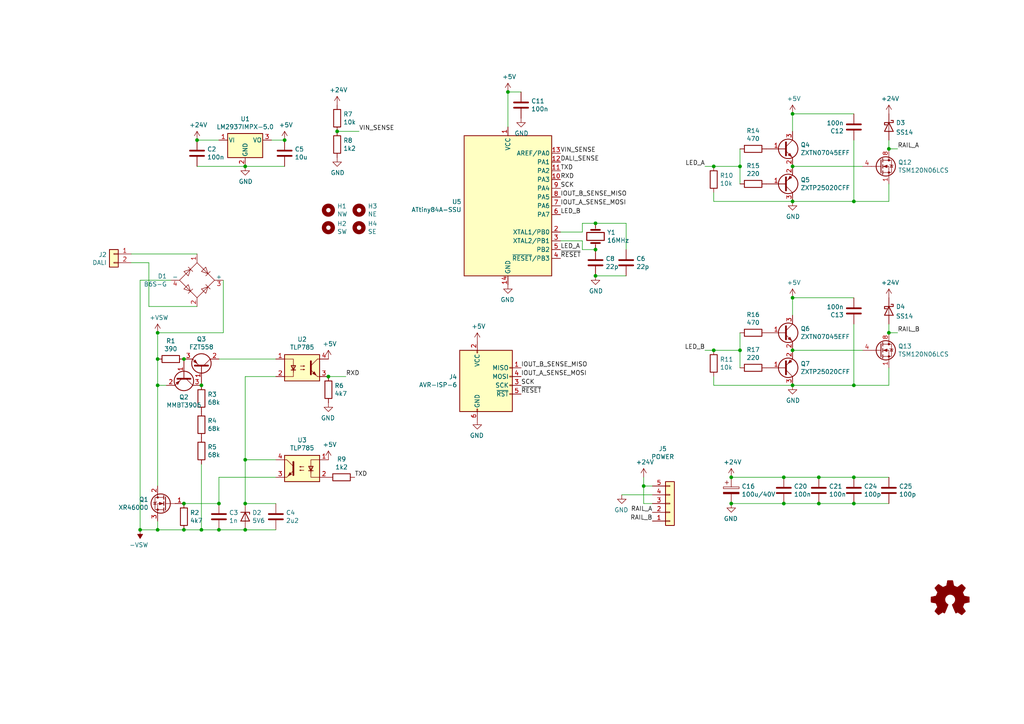
<source format=kicad_sch>
(kicad_sch (version 20211123) (generator eeschema)
  (paper "A4")
  (lib_symbols
    (symbol "Connector:AVR-ISP-6" (pin_names (offset 1.016))
      (property "Reference" "J" (at -6.35 11.43 0))
      (property "Value" "AVR-ISP-6" (at 0 11.43 0))
      (symbol "AVR-ISP-6_0_1"
        (rectangle (start -2.667 -6.858) (end -2.413 -7.62))
        (rectangle (start -2.667 10.16) (end -2.413 9.398))
        (rectangle (start 7.62 -2.413) (end 6.858 -2.667))
        (rectangle (start 7.62 0.127) (end 6.858 -0.127))
        (rectangle (start 7.62 2.667) (end 6.858 2.413))
        (rectangle (start 7.62 5.207) (end 6.858 4.953))
        (rectangle (start 7.62 10.16) (end -7.62 -7.62) (stroke (width 0.254)) (fill (type background)))
      )
      (symbol "AVR-ISP-6_1_1"
        (pin passive line (at 10.16 5.08 180) (length 2.54) (name "MISO") (number "1"))
        (pin passive line (at -2.54 12.7 270) (length 2.54) (name "VCC") (number "2"))
        (pin passive line (at 10.16 0 180) (length 2.54) (name "SCK") (number "3"))
        (pin passive line (at 10.16 2.54 180) (length 2.54) (name "MOSI") (number "4"))
        (pin passive line (at 10.16 -2.54 180) (length 2.54) (name "~{RST}") (number "5"))
        (pin passive line (at -2.54 -10.16 90) (length 2.54) (name "GND") (number "6"))
      )
    )
    (symbol "Connector_Generic:Conn_01x02" (pin_names (offset 1.016) hide)
      (property "Reference" "J" (at 0 2.54 0))
      (property "Value" "Conn_01x02" (at 0 -5.08 0))
      (symbol "Conn_01x02_1_1"
        (rectangle (start -1.27 -2.413) (end 0 -2.667) (stroke (width 0.1524)))
        (rectangle (start -1.27 0.127) (end 0 -0.127) (stroke (width 0.1524)))
        (rectangle (start -1.27 1.27) (end 1.27 -3.81) (stroke (width 0.254)) (fill (type background)))
        (pin passive line (at -5.08 0 0) (length 3.81) (name "Pin_1") (number "1"))
        (pin passive line (at -5.08 -2.54 0) (length 3.81) (name "Pin_2") (number "2"))
      )
    )
    (symbol "Connector_Generic:Conn_01x05" (pin_names (offset 1.016) hide)
      (property "Reference" "J" (at 0 7.62 0))
      (property "Value" "Conn_01x05" (at 0 -7.62 0))
      (symbol "Conn_01x05_1_1"
        (rectangle (start -1.27 -4.953) (end 0 -5.207) (stroke (width 0.1524)))
        (rectangle (start -1.27 -2.413) (end 0 -2.667) (stroke (width 0.1524)))
        (rectangle (start -1.27 0.127) (end 0 -0.127) (stroke (width 0.1524)))
        (rectangle (start -1.27 2.667) (end 0 2.413) (stroke (width 0.1524)))
        (rectangle (start -1.27 5.207) (end 0 4.953) (stroke (width 0.1524)))
        (rectangle (start -1.27 6.35) (end 1.27 -6.35) (stroke (width 0.254)) (fill (type background)))
        (pin passive line (at -5.08 5.08 0) (length 3.81) (name "Pin_1") (number "1"))
        (pin passive line (at -5.08 2.54 0) (length 3.81) (name "Pin_2") (number "2"))
        (pin passive line (at -5.08 0 0) (length 3.81) (name "Pin_3") (number "3"))
        (pin passive line (at -5.08 -2.54 0) (length 3.81) (name "Pin_4") (number "4"))
        (pin passive line (at -5.08 -5.08 0) (length 3.81) (name "Pin_5") (number "5"))
      )
    )
    (symbol "Device:C" (pin_numbers hide) (pin_names (offset 0.254))
      (property "Reference" "C" (at 0.635 2.54 0))
      (property "Value" "C" (at 0.635 -2.54 0))
      (symbol "C_0_1"
        (polyline (pts (xy -2.032 -0.762) (xy 2.032 -0.762)) (stroke (width 0.508)))
        (polyline (pts (xy -2.032 0.762) (xy 2.032 0.762)) (stroke (width 0.508)))
      )
      (symbol "C_1_1"
        (pin passive line (at 0 3.81 270) (length 2.794) (name "~") (number "1"))
        (pin passive line (at 0 -3.81 90) (length 2.794) (name "~") (number "2"))
      )
    )
    (symbol "Device:C_Polarized" (pin_numbers hide) (pin_names (offset 0.254))
      (property "Reference" "C" (at 0.635 2.54 0))
      (property "Value" "C_Polarized" (at 0.635 -2.54 0))
      (symbol "C_Polarized_0_1"
        (rectangle (start -2.286 0.508) (end 2.286 1.016))
        (polyline (pts (xy -1.778 2.286) (xy -0.762 2.286)))
        (polyline (pts (xy -1.27 2.794) (xy -1.27 1.778)))
        (rectangle (start 2.286 -0.508) (end -2.286 -1.016) (fill (type outline)))
      )
      (symbol "C_Polarized_1_1"
        (pin passive line (at 0 3.81 270) (length 2.794) (name "~") (number "1"))
        (pin passive line (at 0 -3.81 90) (length 2.794) (name "~") (number "2"))
      )
    )
    (symbol "Device:Crystal" (pin_numbers hide) (pin_names (offset 1.016) hide)
      (property "Reference" "Y" (at 0 3.81 0))
      (property "Value" "Crystal" (at 0 -3.81 0))
      (symbol "Crystal_0_1"
        (rectangle (start -1.143 2.54) (end 1.143 -2.54) (stroke (width 0.3048)))
        (polyline (pts (xy -2.54 0) (xy -1.905 0)))
        (polyline (pts (xy -1.905 -1.27) (xy -1.905 1.27)) (stroke (width 0.508)))
        (polyline (pts (xy 1.905 -1.27) (xy 1.905 1.27)) (stroke (width 0.508)))
        (polyline (pts (xy 2.54 0) (xy 1.905 0)))
      )
      (symbol "Crystal_1_1"
        (pin passive line (at -3.81 0 0) (length 1.27) (name "1") (number "1"))
        (pin passive line (at 3.81 0 180) (length 1.27) (name "2") (number "2"))
      )
    )
    (symbol "Device:D_Schottky" (pin_numbers hide) (pin_names (offset 1.016) hide)
      (property "Reference" "D" (at 0 2.54 0))
      (property "Value" "D_Schottky" (at 0 -2.54 0))
      (symbol "D_Schottky_0_1"
        (polyline (pts (xy 1.27 0) (xy -1.27 0)))
        (polyline (pts (xy 1.27 1.27) (xy 1.27 -1.27) (xy -1.27 0) (xy 1.27 1.27)) (stroke (width 0.254)))
        (polyline (pts (xy -1.905 0.635) (xy -1.905 1.27) (xy -1.27 1.27) (xy -1.27 -1.27) (xy -0.635 -1.27) (xy -0.635 -0.635)) (stroke (width 0.254)))
      )
      (symbol "D_Schottky_1_1"
        (pin passive line (at -3.81 0 0) (length 2.54) (name "K") (number "1"))
        (pin passive line (at 3.81 0 180) (length 2.54) (name "A") (number "2"))
      )
    )
    (symbol "Device:D_Zener" (pin_numbers hide) (pin_names (offset 1.016) hide)
      (property "Reference" "D" (at 0 2.54 0))
      (property "Value" "D_Zener" (at 0 -2.54 0))
      (symbol "D_Zener_0_1"
        (polyline (pts (xy 1.27 0) (xy -1.27 0)))
        (polyline (pts (xy -1.27 -1.27) (xy -1.27 1.27) (xy -0.762 1.27)) (stroke (width 0.254)))
        (polyline (pts (xy 1.27 -1.27) (xy 1.27 1.27) (xy -1.27 0) (xy 1.27 -1.27)) (stroke (width 0.254)))
      )
      (symbol "D_Zener_1_1"
        (pin passive line (at -3.81 0 0) (length 2.54) (name "K") (number "1"))
        (pin passive line (at 3.81 0 180) (length 2.54) (name "A") (number "2"))
      )
    )
    (symbol "Device:Q_NMOS_GDS" (pin_names (offset 0) hide)
      (property "Reference" "Q" (at 5.08 1.27 0))
      (property "Value" "Q_NMOS_GDS" (at 5.08 -1.27 0))
      (symbol "Q_NMOS_GDS_0_1"
        (polyline (pts (xy 0.254 0) (xy -2.54 0)))
        (polyline (pts (xy 0.254 1.905) (xy 0.254 -1.905)) (stroke (width 0.254)))
        (polyline (pts (xy 0.762 -1.27) (xy 0.762 -2.286)) (stroke (width 0.254)))
        (polyline (pts (xy 0.762 0.508) (xy 0.762 -0.508)) (stroke (width 0.254)))
        (polyline (pts (xy 0.762 2.286) (xy 0.762 1.27)) (stroke (width 0.254)))
        (polyline (pts (xy 2.54 2.54) (xy 2.54 1.778)))
        (polyline (pts (xy 2.54 -2.54) (xy 2.54 0) (xy 0.762 0)))
        (polyline (pts (xy 0.762 -1.778) (xy 3.302 -1.778) (xy 3.302 1.778) (xy 0.762 1.778)))
        (polyline (pts (xy 1.016 0) (xy 2.032 0.381) (xy 2.032 -0.381) (xy 1.016 0)) (fill (type outline)))
        (polyline (pts (xy 2.794 0.508) (xy 2.921 0.381) (xy 3.683 0.381) (xy 3.81 0.254)))
        (polyline (pts (xy 3.302 0.381) (xy 2.921 -0.254) (xy 3.683 -0.254) (xy 3.302 0.381)))
        (circle (center 1.651 0) (radius 2.794) (stroke (width 0.254)))
        (circle (center 2.54 -1.778) (radius 0.254) (fill (type outline)))
        (circle (center 2.54 1.778) (radius 0.254) (fill (type outline)))
      )
      (symbol "Q_NMOS_GDS_1_1"
        (pin input line (at -5.08 0 0) (length 2.54) (name "G") (number "1"))
        (pin passive line (at 2.54 5.08 270) (length 2.54) (name "D") (number "2"))
        (pin passive line (at 2.54 -5.08 90) (length 2.54) (name "S") (number "3"))
      )
    )
    (symbol "Device:Q_NPN_BEC" (pin_names (offset 0) hide)
      (property "Reference" "Q" (at 5.08 1.27 0))
      (property "Value" "Q_NPN_BEC" (at 5.08 -1.27 0))
      (symbol "Q_NPN_BEC_0_1"
        (polyline (pts (xy 0.635 0.635) (xy 2.54 2.54)))
        (polyline (pts (xy 0.635 -0.635) (xy 2.54 -2.54) (xy 2.54 -2.54)))
        (polyline (pts (xy 0.635 1.905) (xy 0.635 -1.905) (xy 0.635 -1.905)) (stroke (width 0.508)))
        (polyline (pts (xy 1.27 -1.778) (xy 1.778 -1.27) (xy 2.286 -2.286) (xy 1.27 -1.778) (xy 1.27 -1.778)) (fill (type outline)))
        (circle (center 1.27 0) (radius 2.8194) (stroke (width 0.254)))
      )
      (symbol "Q_NPN_BEC_1_1"
        (pin input line (at -5.08 0 0) (length 5.715) (name "B") (number "1"))
        (pin passive line (at 2.54 -5.08 90) (length 2.54) (name "E") (number "2"))
        (pin passive line (at 2.54 5.08 270) (length 2.54) (name "C") (number "3"))
      )
    )
    (symbol "Device:Q_PNP_BCE" (pin_names (offset 0) hide)
      (property "Reference" "Q" (at 5.08 1.27 0))
      (property "Value" "Q_PNP_BCE" (at 5.08 -1.27 0))
      (symbol "Q_PNP_BCE_0_1"
        (polyline (pts (xy 0.635 0.635) (xy 2.54 2.54)))
        (polyline (pts (xy 0.635 -0.635) (xy 2.54 -2.54) (xy 2.54 -2.54)))
        (polyline (pts (xy 0.635 1.905) (xy 0.635 -1.905) (xy 0.635 -1.905)) (stroke (width 0.508)))
        (polyline (pts (xy 2.286 -1.778) (xy 1.778 -2.286) (xy 1.27 -1.27) (xy 2.286 -1.778) (xy 2.286 -1.778)) (fill (type outline)))
        (circle (center 1.27 0) (radius 2.8194) (stroke (width 0.254)))
      )
      (symbol "Q_PNP_BCE_1_1"
        (pin input line (at -5.08 0 0) (length 5.715) (name "B") (number "1"))
        (pin passive line (at 2.54 5.08 270) (length 2.54) (name "C") (number "2"))
        (pin passive line (at 2.54 -5.08 90) (length 2.54) (name "E") (number "3"))
      )
    )
    (symbol "Device:Q_PNP_BEC" (pin_names (offset 0) hide)
      (property "Reference" "Q" (at 5.08 1.27 0))
      (property "Value" "Q_PNP_BEC" (at 5.08 -1.27 0))
      (symbol "Q_PNP_BEC_0_1"
        (polyline (pts (xy 0.635 0.635) (xy 2.54 2.54)))
        (polyline (pts (xy 0.635 -0.635) (xy 2.54 -2.54) (xy 2.54 -2.54)))
        (polyline (pts (xy 0.635 1.905) (xy 0.635 -1.905) (xy 0.635 -1.905)) (stroke (width 0.508)))
        (polyline (pts (xy 2.286 -1.778) (xy 1.778 -2.286) (xy 1.27 -1.27) (xy 2.286 -1.778) (xy 2.286 -1.778)) (fill (type outline)))
        (circle (center 1.27 0) (radius 2.8194) (stroke (width 0.254)))
      )
      (symbol "Q_PNP_BEC_1_1"
        (pin input line (at -5.08 0 0) (length 5.715) (name "B") (number "1"))
        (pin passive line (at 2.54 -5.08 90) (length 2.54) (name "E") (number "2"))
        (pin passive line (at 2.54 5.08 270) (length 2.54) (name "C") (number "3"))
      )
    )
    (symbol "Device:R" (pin_numbers hide) (pin_names (offset 0))
      (property "Reference" "R" (at 2.032 0 90))
      (property "Value" "R" (at 0 0 90))
      (symbol "R_0_1"
        (rectangle (start -1.016 -2.54) (end 1.016 2.54) (stroke (width 0.254)))
      )
      (symbol "R_1_1"
        (pin passive line (at 0 3.81 270) (length 1.27) (name "~") (number "1"))
        (pin passive line (at 0 -3.81 90) (length 1.27) (name "~") (number "2"))
      )
    )
    (symbol "Diode_Bridge:MB6S" (pin_names (offset 0))
      (property "Reference" "D" (at 2.54 6.985 0))
      (property "Value" "MB6S" (at 2.54 5.08 0))
      (symbol "MB6S_0_1"
        (polyline (pts (xy -2.54 3.81) (xy -1.27 2.54)))
        (polyline (pts (xy -1.27 -2.54) (xy -2.54 -3.81)))
        (polyline (pts (xy 2.54 -1.27) (xy 3.81 -2.54)))
        (polyline (pts (xy 2.54 1.27) (xy 3.81 2.54)))
        (polyline (pts (xy -3.81 2.54) (xy -2.54 1.27) (xy -1.905 3.175) (xy -3.81 2.54)))
        (polyline (pts (xy -2.54 -1.27) (xy -3.81 -2.54) (xy -1.905 -3.175) (xy -2.54 -1.27)))
        (polyline (pts (xy 1.27 2.54) (xy 2.54 3.81) (xy 3.175 1.905) (xy 1.27 2.54)))
        (polyline (pts (xy 3.175 -1.905) (xy 1.27 -2.54) (xy 2.54 -3.81) (xy 3.175 -1.905)))
        (polyline (pts (xy -5.08 0) (xy 0 -5.08) (xy 5.08 0) (xy 0 5.08) (xy -5.08 0)))
      )
      (symbol "MB6S_1_1"
        (pin passive line (at 0 -7.62 90) (length 2.54) (name "~") (number "1"))
        (pin passive line (at 0 7.62 270) (length 2.54) (name "~") (number "2"))
        (pin passive line (at 7.62 0 180) (length 2.54) (name "+") (number "3"))
        (pin passive line (at -7.62 0 0) (length 2.54) (name "-") (number "4"))
      )
    )
    (symbol "Graphic:Logo_Open_Hardware_Small" (pin_names (offset 1.016))
      (symbol "Logo_Open_Hardware_Small_0_1"
        (polyline (pts (xy 3.3528 -4.3434) (xy 3.302 -4.318) (xy 3.175 -4.2418) (xy 2.9972 -4.1148) (xy 2.7686 -3.9624) (xy 2.54 -3.81) (xy 2.3622 -3.7084) (xy 2.2352 -3.6068) (xy 2.1844 -3.5814) (xy 2.159 -3.6068) (xy 2.0574 -3.6576) (xy 1.905 -3.7338) (xy 1.8034 -3.7846) (xy 1.6764 -3.8354) (xy 1.6002 -3.8354) (xy 1.6002 -3.8354) (xy 1.5494 -3.7338) (xy 1.4732 -3.5306) (xy 1.3462 -3.302) (xy 1.2446 -3.0226) (xy 1.1176 -2.7178) (xy 0.9652 -2.413) (xy 0.8636 -2.1082) (xy 0.7366 -1.8288) (xy 0.6604 -1.6256) (xy 0.6096 -1.4732) (xy 0.5842 -1.397) (xy 0.5842 -1.397) (xy 0.6604 -1.3208) (xy 0.7874 -1.2446) (xy 1.0414 -1.016) (xy 1.2954 -0.6858) (xy 1.4478 -0.3302) (xy 1.524 0.0762) (xy 1.4732 0.4572) (xy 1.3208 0.8128) (xy 1.0668 1.143) (xy 0.762 1.3716) (xy 0.4064 1.524) (xy 0 1.5748) (xy -0.381 1.5494) (xy -0.7366 1.397) (xy -1.0668 1.143) (xy -1.2192 0.9906) (xy -1.397 0.6604) (xy -1.524 0.3048) (xy -1.524 0.2286) (xy -1.4986 -0.1778) (xy -1.397 -0.5334) (xy -1.1938 -0.8636) (xy -0.9144 -1.143) (xy -0.8636 -1.1684) (xy -0.7366 -1.27) (xy -0.635 -1.3462) (xy -0.5842 -1.397) (xy -1.0668 -2.5908) (xy -1.143 -2.794) (xy -1.2954 -3.1242) (xy -1.397 -3.4036) (xy -1.4986 -3.6322) (xy -1.5748 -3.7846) (xy -1.6002 -3.8354) (xy -1.6002 -3.8354) (xy -1.651 -3.8354) (xy -1.7272 -3.81) (xy -1.905 -3.7338) (xy -2.0066 -3.683) (xy -2.1336 -3.6068) (xy -2.2098 -3.5814) (xy -2.2606 -3.6068) (xy -2.3622 -3.683) (xy -2.54 -3.81) (xy -2.7686 -3.9624) (xy -2.9718 -4.0894) (xy -3.1496 -4.2164) (xy -3.302 -4.318) (xy -3.3528 -4.3434) (xy -3.3782 -4.3434) (xy -3.429 -4.318) (xy -3.5306 -4.2164) (xy -3.7084 -4.064) (xy -3.937 -3.8354) (xy -3.9624 -3.81) (xy -4.1656 -3.6068) (xy -4.318 -3.4544) (xy -4.4196 -3.3274) (xy -4.445 -3.2766) (xy -4.445 -3.2766) (xy -4.4196 -3.2258) (xy -4.318 -3.0734) (xy -4.2164 -2.8956) (xy -4.064 -2.667) (xy -3.6576 -2.0828) (xy -3.8862 -1.5494) (xy -3.937 -1.3716) (xy -4.0386 -1.1684) (xy -4.0894 -1.0414) (xy -4.1148 -0.9652) (xy -4.191 -0.9398) (xy -4.318 -0.9144) (xy -4.5466 -0.8636) (xy -4.8006 -0.8128) (xy -5.0546 -0.7874) (xy -5.2578 -0.7366) (xy -5.4356 -0.7112) (xy -5.5118 -0.6858) (xy -5.5118 -0.6858) (xy -5.5372 -0.635) (xy -5.5372 -0.5588) (xy -5.5372 -0.4318) (xy -5.5626 -0.2286) (xy -5.5626 0.0762) (xy -5.5626 0.127) (xy -5.5372 0.4064) (xy -5.5372 0.635) (xy -5.5372 0.762) (xy -5.5372 0.8382) (xy -5.5372 0.8382) (xy -5.461 0.8382) (xy -5.3086 0.889) (xy -5.08 0.9144) (xy -4.826 0.9652) (xy -4.8006 0.9906) (xy -4.5466 1.0414) (xy -4.318 1.0668) (xy -4.1656 1.1176) (xy -4.0894 1.143) (xy -4.0894 1.143) (xy -4.0386 1.2446) (xy -3.9624 1.4224) (xy -3.8608 1.6256) (xy -3.7846 1.8288) (xy -3.7084 2.0066) (xy -3.6576 2.159) (xy -3.6322 2.2098) (xy -3.6322 2.2098) (xy -3.683 2.286) (xy -3.7592 2.413) (xy -3.8862 2.5908) (xy -4.064 2.8194) (xy -4.064 2.8448) (xy -4.2164 3.0734) (xy -4.3434 3.2512) (xy -4.4196 3.3782) (xy -4.445 3.4544) (xy -4.445 3.4544) (xy -4.3942 3.5052) (xy -4.2926 3.6322) (xy -4.1148 3.81) (xy -3.937 4.0132) (xy -3.8608 4.064) (xy -3.6576 4.2926) (xy -3.5052 4.4196) (xy -3.4036 4.4958) (xy -3.3528 4.5212) (xy -3.3528 4.5212) (xy -3.302 4.4704) (xy -3.1496 4.3688) (xy -2.9718 4.2418) (xy -2.7432 4.0894) (xy -2.7178 4.0894) (xy -2.4892 3.937) (xy -2.3114 3.81) (xy -2.1844 3.7084) (xy -2.1336 3.683) (xy -2.1082 3.683) (xy -2.032 3.7084) (xy -1.8542 3.7592) (xy -1.6764 3.8354) (xy -1.4732 3.937) (xy -1.27 4.0132) (xy -1.143 4.064) (xy -1.0668 4.1148) (xy -1.0668 4.1148) (xy -1.0414 4.191) (xy -1.016 4.3434) (xy -0.9652 4.572) (xy -0.9144 4.8514) (xy -0.889 4.9022) (xy -0.8382 5.1562) (xy -0.8128 5.3848) (xy -0.7874 5.5372) (xy -0.762 5.588) (xy -0.7112 5.6134) (xy -0.5842 5.6134) (xy -0.4064 5.6134) (xy -0.1524 5.6134) (xy 0.0762 5.6134) (xy 0.3302 5.6134) (xy 0.5334 5.6134) (xy 0.6858 5.588) (xy 0.7366 5.588) (xy 0.7366 5.588) (xy 0.762 5.5118) (xy 0.8128 5.334) (xy 0.8382 5.1054) (xy 0.9144 4.826) (xy 0.9144 4.7752) (xy 0.9652 4.5212) (xy 1.016 4.2926) (xy 1.0414 4.1402) (xy 1.0668 4.0894) (xy 1.0668 4.0894) (xy 1.1938 4.0386) (xy 1.3716 3.9624) (xy 1.5748 3.8608) (xy 2.0828 3.6576) (xy 2.7178 4.0894) (xy 2.7686 4.1402) (xy 2.9972 4.2926) (xy 3.175 4.4196) (xy 3.302 4.4958) (xy 3.3782 4.5212) (xy 3.3782 4.5212) (xy 3.429 4.4704) (xy 3.556 4.3434) (xy 3.7338 4.191) (xy 3.9116 3.9878) (xy 4.064 3.8354) (xy 4.2418 3.6576) (xy 4.3434 3.556) (xy 4.4196 3.4798) (xy 4.4196 3.429) (xy 4.4196 3.4036) (xy 4.3942 3.3274) (xy 4.2926 3.2004) (xy 4.1656 2.9972) (xy 4.0132 2.794) (xy 3.8862 2.5908) (xy 3.7592 2.3876) (xy 3.6576 2.2352) (xy 3.6322 2.159) (xy 3.6322 2.1336) (xy 3.683 2.0066) (xy 3.7592 1.8288) (xy 3.8608 1.6002) (xy 4.064 1.1176) (xy 4.3942 1.0414) (xy 4.5974 1.016) (xy 4.8768 0.9652) (xy 5.1308 0.9144) (xy 5.5372 0.8382) (xy 5.5626 -0.6604) (xy 5.4864 -0.6858) (xy 5.4356 -0.6858) (xy 5.2832 -0.7366) (xy 5.0546 -0.762) (xy 4.8006 -0.8128) (xy 4.5974 -0.8636) (xy 4.3688 -0.9144) (xy 4.2164 -0.9398) (xy 4.1402 -0.9398) (xy 4.1148 -0.9652) (xy 4.064 -1.0668) (xy 3.9878 -1.2446) (xy 3.9116 -1.4478) (xy 3.81 -1.651) (xy 3.7338 -1.8542) (xy 3.683 -2.0066) (xy 3.6576 -2.0828) (xy 3.683 -2.1336) (xy 3.7846 -2.2606) (xy 3.8862 -2.4638) (xy 4.0386 -2.667) (xy 4.191 -2.8956) (xy 4.318 -3.0734) (xy 4.3942 -3.2004) (xy 4.445 -3.2766) (xy 4.4196 -3.3274) (xy 4.3434 -3.429) (xy 4.1656 -3.5814) (xy 3.937 -3.8354) (xy 3.8862 -3.8608) (xy 3.683 -4.064) (xy 3.5306 -4.2164) (xy 3.4036 -4.318) (xy 3.3528 -4.3434)) (fill (type outline)))
      )
    )
    (symbol "Isolator:TLP785" (pin_names (offset 1.016))
      (property "Reference" "U" (at -5.08 5.08 0))
      (property "Value" "TLP785" (at 0 5.08 0))
      (symbol "TLP785_0_1"
        (rectangle (start -5.08 3.81) (end 5.08 -3.81) (stroke (width 0.254)) (fill (type background)))
        (polyline (pts (xy -3.175 -0.635) (xy -1.905 -0.635)) (stroke (width 0.254)))
        (polyline (pts (xy 2.54 0.635) (xy 4.445 2.54)))
        (polyline (pts (xy 4.445 -2.54) (xy 2.54 -0.635)) (fill (type outline)))
        (polyline (pts (xy 4.445 -2.54) (xy 5.08 -2.54)))
        (polyline (pts (xy 4.445 2.54) (xy 5.08 2.54)))
        (polyline (pts (xy -2.54 -0.635) (xy -2.54 -2.54) (xy -5.08 -2.54)))
        (polyline (pts (xy 2.54 1.905) (xy 2.54 -1.905) (xy 2.54 -1.905)) (stroke (width 0.508)))
        (polyline (pts (xy -5.08 2.54) (xy -2.54 2.54) (xy -2.54 -1.27) (xy -2.54 0.635)))
        (polyline (pts (xy -2.54 -0.635) (xy -3.175 0.635) (xy -1.905 0.635) (xy -2.54 -0.635)) (stroke (width 0.254)))
        (polyline (pts (xy -0.508 -0.508) (xy 0.762 -0.508) (xy 0.381 -0.635) (xy 0.381 -0.381) (xy 0.762 -0.508)))
        (polyline (pts (xy -0.508 0.508) (xy 0.762 0.508) (xy 0.381 0.381) (xy 0.381 0.635) (xy 0.762 0.508)))
        (polyline (pts (xy 3.048 -1.651) (xy 3.556 -1.143) (xy 4.064 -2.159) (xy 3.048 -1.651) (xy 3.048 -1.651)) (fill (type outline)))
      )
      (symbol "TLP785_1_1"
        (pin passive line (at -7.62 2.54 0) (length 2.54) (name "~") (number "1"))
        (pin passive line (at -7.62 -2.54 0) (length 2.54) (name "~") (number "2"))
        (pin passive line (at 7.62 -2.54 180) (length 2.54) (name "~") (number "3"))
        (pin passive line (at 7.62 2.54 180) (length 2.54) (name "~") (number "4"))
      )
    )
    (symbol "MCU_Microchip_ATtiny:ATtiny84A-SS"
      (property "Reference" "U" (at -12.7 21.59 0))
      (property "Value" "ATtiny84A-SS" (at 2.54 -21.59 0))
      (symbol "ATtiny84A-SS_0_1"
        (rectangle (start -12.7 -20.32) (end 12.7 20.32) (stroke (width 0.254)) (fill (type background)))
      )
      (symbol "ATtiny84A-SS_1_1"
        (pin power_in line (at 0 22.86 270) (length 2.54) (name "VCC") (number "1"))
        (pin bidirectional line (at 15.24 7.62 180) (length 2.54) (name "PA3") (number "10"))
        (pin bidirectional line (at 15.24 10.16 180) (length 2.54) (name "PA2") (number "11"))
        (pin bidirectional line (at 15.24 12.7 180) (length 2.54) (name "PA1") (number "12"))
        (pin bidirectional line (at 15.24 15.24 180) (length 2.54) (name "AREF/PA0") (number "13"))
        (pin power_in line (at 0 -22.86 90) (length 2.54) (name "GND") (number "14"))
        (pin bidirectional line (at 15.24 -7.62 180) (length 2.54) (name "XTAL1/PB0") (number "2"))
        (pin bidirectional line (at 15.24 -10.16 180) (length 2.54) (name "XTAL2/PB1") (number "3"))
        (pin bidirectional line (at 15.24 -15.24 180) (length 2.54) (name "~{RESET}/PB3") (number "4"))
        (pin bidirectional line (at 15.24 -12.7 180) (length 2.54) (name "PB2") (number "5"))
        (pin bidirectional line (at 15.24 -2.54 180) (length 2.54) (name "PA7") (number "6"))
        (pin bidirectional line (at 15.24 0 180) (length 2.54) (name "PA6") (number "7"))
        (pin bidirectional line (at 15.24 2.54 180) (length 2.54) (name "PA5") (number "8"))
        (pin bidirectional line (at 15.24 5.08 180) (length 2.54) (name "PA4") (number "9"))
      )
    )
    (symbol "Mechanical:MountingHole" (pin_names (offset 1.016))
      (property "Reference" "H" (at 0 5.08 0))
      (property "Value" "MountingHole" (at 0 3.175 0))
      (symbol "MountingHole_0_1"
        (circle (center 0 0) (radius 1.27) (stroke (width 1.27)))
      )
    )
    (symbol "Regulator_Linear:LM2937xMP" (pin_names (offset 0.254))
      (property "Reference" "U" (at -3.81 3.175 0))
      (property "Value" "LM2937xMP" (at 0 3.175 0))
      (symbol "LM2937xMP_0_1"
        (rectangle (start -5.08 -5.08) (end 5.08 1.905) (stroke (width 0.254)) (fill (type background)))
      )
      (symbol "LM2937xMP_1_1"
        (pin power_in line (at -7.62 0 0) (length 2.54) (name "VI") (number "1"))
        (pin power_in line (at 0 -7.62 90) (length 2.54) (name "GND") (number "2"))
        (pin power_out line (at 7.62 0 180) (length 2.54) (name "VO") (number "3"))
      )
    )
    (symbol "Transistor_BJT:MMBT3906" (pin_names (offset 0) hide)
      (property "Reference" "Q" (at 5.08 1.905 0))
      (property "Value" "MMBT3906" (at 5.08 0 0))
      (symbol "MMBT3906_0_1"
        (polyline (pts (xy 0.635 0.635) (xy 2.54 2.54)))
        (polyline (pts (xy 0.635 -0.635) (xy 2.54 -2.54) (xy 2.54 -2.54)))
        (polyline (pts (xy 0.635 1.905) (xy 0.635 -1.905) (xy 0.635 -1.905)) (stroke (width 0.508)))
        (polyline (pts (xy 2.286 -1.778) (xy 1.778 -2.286) (xy 1.27 -1.27) (xy 2.286 -1.778) (xy 2.286 -1.778)) (fill (type outline)))
        (circle (center 1.27 0) (radius 2.8194) (stroke (width 0.254)))
      )
      (symbol "MMBT3906_1_1"
        (pin input line (at -5.08 0 0) (length 5.715) (name "B") (number "1"))
        (pin passive line (at 2.54 -5.08 90) (length 2.54) (name "E") (number "2"))
        (pin passive line (at 2.54 5.08 270) (length 2.54) (name "C") (number "3"))
      )
    )
    (symbol "Transistor_FET:FDS6630A" (pin_names hide)
      (property "Reference" "Q" (at 5.08 2.54 0))
      (property "Value" "FDS6630A" (at 5.08 0 0))
      (symbol "FDS6630A_0_1"
        (polyline (pts (xy 0.254 0) (xy -2.54 0)))
        (polyline (pts (xy 0.254 1.905) (xy 0.254 -1.905)) (stroke (width 0.254)))
        (polyline (pts (xy 0.762 -1.27) (xy 0.762 -2.286)) (stroke (width 0.254)))
        (polyline (pts (xy 0.762 0.508) (xy 0.762 -0.508)) (stroke (width 0.254)))
        (polyline (pts (xy 0.762 2.286) (xy 0.762 1.27)) (stroke (width 0.254)))
        (polyline (pts (xy 2.54 2.54) (xy 2.54 1.778)))
        (polyline (pts (xy 2.54 -2.54) (xy 2.54 0) (xy 0.762 0)))
        (polyline (pts (xy 0.762 -1.778) (xy 3.302 -1.778) (xy 3.302 1.778) (xy 0.762 1.778)))
        (polyline (pts (xy 1.016 0) (xy 2.032 0.381) (xy 2.032 -0.381) (xy 1.016 0)) (fill (type outline)))
        (polyline (pts (xy 2.794 0.508) (xy 2.921 0.381) (xy 3.683 0.381) (xy 3.81 0.254)))
        (polyline (pts (xy 3.302 0.381) (xy 2.921 -0.254) (xy 3.683 -0.254) (xy 3.302 0.381)))
        (circle (center 1.651 0) (radius 2.794) (stroke (width 0.254)))
        (circle (center 2.54 -1.778) (radius 0.254) (fill (type outline)))
        (circle (center 2.54 1.778) (radius 0.254) (fill (type outline)))
      )
      (symbol "FDS6630A_1_1"
        (pin passive line (at 2.54 -5.08 90) (length 2.54) (name "S") (number "1"))
        (pin passive line (at 2.54 -5.08 90) (length 2.54) hide (name "S") (number "2"))
        (pin passive line (at 2.54 -5.08 90) (length 2.54) hide (name "S") (number "3"))
        (pin input line (at -5.08 0 0) (length 2.54) (name "G") (number "4"))
        (pin passive line (at 2.54 5.08 270) (length 2.54) hide (name "D") (number "5"))
        (pin passive line (at 2.54 5.08 270) (length 2.54) hide (name "D") (number "6"))
        (pin passive line (at 2.54 5.08 270) (length 2.54) hide (name "D") (number "7"))
        (pin passive line (at 2.54 5.08 270) (length 2.54) (name "D") (number "8"))
      )
    )
    (symbol "power:+24V" (power) (pin_names (offset 0))
      (property "Value" "+24V" (at 0 3.556 0))
      (symbol "+24V_0_1"
        (polyline (pts (xy -0.762 1.27) (xy 0 2.54)))
        (polyline (pts (xy 0 0) (xy 0 2.54)))
        (polyline (pts (xy 0 2.54) (xy 0.762 1.27)))
      )
      (symbol "+24V_1_1"
        (pin power_in line (at 0 0 90) (length 0) hide (name "+24V") (number "1"))
      )
    )
    (symbol "power:+5V" (power) (pin_names (offset 0))
      (property "Value" "+5V" (at 0 3.556 0))
      (symbol "+5V_0_1"
        (polyline (pts (xy -0.762 1.27) (xy 0 2.54)))
        (polyline (pts (xy 0 0) (xy 0 2.54)))
        (polyline (pts (xy 0 2.54) (xy 0.762 1.27)))
      )
      (symbol "+5V_1_1"
        (pin power_in line (at 0 0 90) (length 0) hide (name "+5V") (number "1"))
      )
    )
    (symbol "power:+VSW" (power) (pin_names (offset 0))
      (property "Value" "+VSW" (at 0 3.556 0))
      (symbol "+VSW_0_1"
        (polyline (pts (xy -0.762 1.27) (xy 0 2.54)))
        (polyline (pts (xy 0 0) (xy 0 2.54)))
        (polyline (pts (xy 0 2.54) (xy 0.762 1.27)))
      )
      (symbol "+VSW_1_1"
        (pin power_in line (at 0 0 90) (length 0) hide (name "+VSW") (number "1"))
      )
    )
    (symbol "power:-VSW" (power) (pin_names (offset 0))
      (property "Value" "-VSW" (at 0 3.81 0))
      (symbol "-VSW_0_0"
        (pin power_in line (at 0 0 90) (length 0) hide (name "-VSW") (number "1"))
      )
      (symbol "-VSW_0_1"
        (polyline (pts (xy 0 0) (xy 0 1.27) (xy 0.762 1.27) (xy 0 2.54) (xy -0.762 1.27) (xy 0 1.27)) (fill (type outline)))
      )
    )
    (symbol "power:GND" (power) (pin_names (offset 0))
      (property "Value" "GND" (at 0 -3.81 0))
      (symbol "GND_0_1"
        (polyline (pts (xy 0 0) (xy 0 -1.27) (xy 1.27 -1.27) (xy 0 -2.54) (xy -1.27 -1.27) (xy 0 -1.27)))
      )
      (symbol "GND_1_1"
        (pin power_in line (at 0 0 270) (length 0) hide (name "GND") (number "1"))
      )
    )
  )
  (junction (at 207.01 101.6))
  (junction (at 45.72 96.52))
  (junction (at 229.87 86.36))
  (junction (at 247.65 138.43))
  (junction (at 95.25 109.22))
  (junction (at 247.65 111.76))
  (junction (at 212.09 146.05))
  (junction (at 97.79 38.1))
  (junction (at 63.5 153.67))
  (junction (at 45.72 104.14))
  (junction (at 71.12 133.35))
  (junction (at 257.81 96.52))
  (junction (at 45.72 111.76))
  (junction (at 58.42 111.76))
  (junction (at 57.15 40.64))
  (junction (at 40.64 153.67))
  (junction (at 257.81 43.18))
  (junction (at 227.33 146.05))
  (junction (at 147.32 26.67))
  (junction (at 229.87 101.6))
  (junction (at 172.72 72.39))
  (junction (at 53.34 146.05))
  (junction (at 247.65 146.05))
  (junction (at 229.87 58.42))
  (junction (at 71.12 146.05))
  (junction (at 229.87 111.76))
  (junction (at 58.42 153.67))
  (junction (at 212.09 138.43))
  (junction (at 172.72 64.77))
  (junction (at 53.34 153.67))
  (junction (at 186.69 140.97))
  (junction (at 45.72 153.67))
  (junction (at 82.55 40.64))
  (junction (at 237.49 146.05))
  (junction (at 214.63 48.26))
  (junction (at 71.12 153.67))
  (junction (at 237.49 138.43))
  (junction (at 63.5 146.05))
  (junction (at 172.72 80.01))
  (junction (at 71.12 48.26))
  (junction (at 247.65 58.42))
  (junction (at 214.63 101.6))
  (junction (at 207.01 48.26))
  (junction (at 53.34 104.14))
  (junction (at 227.33 138.43))
  (junction (at 229.87 48.26))
  (junction (at 229.87 33.02))
  (wire (pts (xy 212.09 138.43) (xy 227.33 138.43)))
  (wire (pts (xy 212.09 146.05) (xy 227.33 146.05)))
  (wire (pts (xy 181.61 64.77) (xy 172.72 64.77)))
  (wire (pts (xy 43.18 88.9) (xy 43.18 76.2)))
  (wire (pts (xy 189.23 140.97) (xy 186.69 140.97)))
  (wire (pts (xy 257.81 93.98) (xy 257.81 96.52)))
  (wire (pts (xy 214.63 53.34) (xy 214.63 48.26)))
  (wire (pts (xy 181.61 72.39) (xy 181.61 64.77)))
  (wire (pts (xy 38.1 73.66) (xy 57.15 73.66)))
  (wire (pts (xy 147.32 26.67) (xy 147.32 36.83)))
  (wire (pts (xy 63.5 104.14) (xy 80.01 104.14)))
  (wire (pts (xy 80.01 133.35) (xy 71.12 133.35)))
  (wire (pts (xy 257.81 111.76) (xy 257.81 106.68)))
  (wire (pts (xy 168.91 69.85) (xy 168.91 72.39)))
  (wire (pts (xy 71.12 153.67) (xy 80.01 153.67)))
  (wire (pts (xy 186.69 138.43) (xy 186.69 140.97)))
  (wire (pts (xy 186.69 146.05) (xy 189.23 146.05)))
  (wire (pts (xy 180.34 143.51) (xy 189.23 143.51)))
  (wire (pts (xy 58.42 134.62) (xy 58.42 153.67)))
  (wire (pts (xy 45.72 153.67) (xy 45.72 151.13)))
  (wire (pts (xy 71.12 146.05) (xy 71.12 133.35)))
  (wire (pts (xy 229.87 48.26) (xy 250.19 48.26)))
  (wire (pts (xy 63.5 138.43) (xy 63.5 146.05)))
  (wire (pts (xy 257.81 58.42) (xy 257.81 53.34)))
  (wire (pts (xy 162.56 69.85) (xy 168.91 69.85)))
  (wire (pts (xy 49.53 81.28) (xy 40.64 81.28)))
  (wire (pts (xy 151.13 26.67) (xy 147.32 26.67)))
  (wire (pts (xy 214.63 106.68) (xy 214.63 101.6)))
  (wire (pts (xy 229.87 91.44) (xy 229.87 86.36)))
  (wire (pts (xy 247.65 146.05) (xy 257.81 146.05)))
  (wire (pts (xy 207.01 101.6) (xy 204.47 101.6)))
  (wire (pts (xy 40.64 81.28) (xy 40.64 153.67)))
  (wire (pts (xy 53.34 153.67) (xy 58.42 153.67)))
  (wire (pts (xy 168.91 67.31) (xy 168.91 64.77)))
  (wire (pts (xy 237.49 146.05) (xy 247.65 146.05)))
  (wire (pts (xy 45.72 104.14) (xy 45.72 96.52)))
  (wire (pts (xy 250.19 101.6) (xy 229.87 101.6)))
  (wire (pts (xy 43.18 76.2) (xy 38.1 76.2)))
  (wire (pts (xy 247.65 93.98) (xy 247.65 111.76)))
  (wire (pts (xy 207.01 101.6) (xy 214.63 101.6)))
  (wire (pts (xy 162.56 67.31) (xy 168.91 67.31)))
  (wire (pts (xy 58.42 153.67) (xy 63.5 153.67)))
  (wire (pts (xy 48.26 111.76) (xy 45.72 111.76)))
  (wire (pts (xy 214.63 101.6) (xy 214.63 96.52)))
  (wire (pts (xy 207.01 109.22) (xy 207.01 111.76)))
  (wire (pts (xy 229.87 38.1) (xy 229.87 33.02)))
  (wire (pts (xy 45.72 111.76) (xy 45.72 104.14)))
  (wire (pts (xy 45.72 140.97) (xy 45.72 111.76)))
  (wire (pts (xy 43.18 88.9) (xy 57.15 88.9)))
  (wire (pts (xy 207.01 111.76) (xy 229.87 111.76)))
  (wire (pts (xy 40.64 153.67) (xy 45.72 153.67)))
  (wire (pts (xy 214.63 48.26) (xy 207.01 48.26)))
  (wire (pts (xy 64.77 96.52) (xy 64.77 81.28)))
  (wire (pts (xy 71.12 48.26) (xy 82.55 48.26)))
  (wire (pts (xy 181.61 80.01) (xy 172.72 80.01)))
  (wire (pts (xy 237.49 138.43) (xy 247.65 138.43)))
  (wire (pts (xy 100.33 109.22) (xy 95.25 109.22)))
  (wire (pts (xy 214.63 48.26) (xy 214.63 43.18)))
  (wire (pts (xy 227.33 146.05) (xy 237.49 146.05)))
  (wire (pts (xy 207.01 48.26) (xy 204.47 48.26)))
  (wire (pts (xy 247.65 138.43) (xy 257.81 138.43)))
  (wire (pts (xy 78.74 40.64) (xy 82.55 40.64)))
  (wire (pts (xy 247.65 111.76) (xy 257.81 111.76)))
  (wire (pts (xy 71.12 109.22) (xy 80.01 109.22)))
  (wire (pts (xy 227.33 138.43) (xy 237.49 138.43)))
  (wire (pts (xy 71.12 133.35) (xy 71.12 109.22)))
  (wire (pts (xy 53.34 153.67) (xy 45.72 153.67)))
  (wire (pts (xy 63.5 153.67) (xy 71.12 153.67)))
  (wire (pts (xy 207.01 58.42) (xy 229.87 58.42)))
  (wire (pts (xy 104.14 38.1) (xy 97.79 38.1)))
  (wire (pts (xy 57.15 40.64) (xy 63.5 40.64)))
  (wire (pts (xy 229.87 33.02) (xy 247.65 33.02)))
  (wire (pts (xy 71.12 146.05) (xy 80.01 146.05)))
  (wire (pts (xy 168.91 64.77) (xy 172.72 64.77)))
  (wire (pts (xy 229.87 86.36) (xy 247.65 86.36)))
  (wire (pts (xy 80.01 138.43) (xy 63.5 138.43)))
  (wire (pts (xy 229.87 111.76) (xy 247.65 111.76)))
  (wire (pts (xy 186.69 140.97) (xy 186.69 146.05)))
  (wire (pts (xy 247.65 40.64) (xy 247.65 58.42)))
  (wire (pts (xy 247.65 58.42) (xy 257.81 58.42)))
  (wire (pts (xy 45.72 96.52) (xy 64.77 96.52)))
  (wire (pts (xy 260.35 43.18) (xy 257.81 43.18)))
  (wire (pts (xy 172.72 72.39) (xy 168.91 72.39)))
  (wire (pts (xy 257.81 40.64) (xy 257.81 43.18)))
  (wire (pts (xy 57.15 48.26) (xy 71.12 48.26)))
  (wire (pts (xy 229.87 58.42) (xy 247.65 58.42)))
  (wire (pts (xy 63.5 146.05) (xy 53.34 146.05)))
  (wire (pts (xy 260.35 96.52) (xy 257.81 96.52)))
  (wire (pts (xy 207.01 55.88) (xy 207.01 58.42)))
  (label "IOUT_B_SENSE_MISO" (at 162.56 57.15 0))
  (label "VIN_SENSE" (at 162.56 44.45 0))
  (label "RXD" (at 100.33 109.22 0))
  (label "RAIL_A" (at 260.35 43.18 0))
  (label "~{RESET}" (at 162.56 74.93 0))
  (label "RAIL_B" (at 260.35 96.52 0))
  (label "~{RESET}" (at 151.13 114.3 0))
  (label "RXD" (at 162.56 52.07 0))
  (label "VIN_SENSE" (at 104.14 38.1 0))
  (label "DALI_SENSE" (at 162.56 46.99 0))
  (label "SCK" (at 151.13 111.76 0))
  (label "TXD" (at 162.56 49.53 0))
  (label "IOUT_A_SENSE_MOSI" (at 162.56 59.69 0))
  (label "SCK" (at 162.56 54.61 0))
  (label "RAIL_A" (at 189.23 148.59 180))
  (label "RAIL_B" (at 189.23 151.13 180))
  (label "LED_B" (at 204.47 101.6 180))
  (label "LED_A" (at 204.47 48.26 180))
  (label "IOUT_B_SENSE_MISO" (at 151.13 106.68 0))
  (label "TXD" (at 102.87 138.43 0))
  (label "IOUT_A_SENSE_MOSI" (at 151.13 109.22 0))
  (label "LED_B" (at 162.56 62.23 0))
  (label "LED_A" (at 162.56 72.39 0))
  (symbol (lib_id "power:+24V") (at 57.15 40.64 0) (unit 1)
    (property "Reference" "#PWR0101" (effects hide))
    (property "Value" "+24V" (at 57.531 36.2458 0))
  )
  (symbol (lib_id "Device:C_Polarized") (at 212.09 142.24 0) (unit 1)
    (property "Reference" "C16" (at 215.0872 141.0716 0) (effects (justify left)))
    (property "Value" "100u/40V" (at 215.0872 143.383 0) (effects (justify left)))
    (property "Footprint" "Capacitor_SMD:CP_Elec_10x10.5" (effects hide))
  )
  (symbol (lib_id "Device:C") (at 247.65 36.83 180) (unit 1)
    (property "Reference" "C12" (at 244.729 37.9984 0) (effects (justify left)))
    (property "Value" "100n" (at 244.729 35.687 0) (effects (justify left)))
    (property "Footprint" "Capacitor_SMD:C_0805_2012Metric_Pad1.18x1.45mm_HandSolder" (effects hide))
  )
  (symbol (lib_id "Transistor_FET:FDS6630A") (at 255.27 48.26 0) (unit 1)
    (property "Reference" "Q12" (at 260.477 47.0916 0) (effects (justify left)))
    (property "Value" "TSM120N06LCS" (at 260.477 49.403 0) (effects (justify left)))
    (property "Footprint" "Package_SO:SOIC-8_3.9x4.9mm_P1.27mm" (effects hide))
    (property "Datasheet" "http://www.onsemi.com/pub/Collateral/FDS6630A-D.pdf" (effects hide))
  )
  (symbol (lib_id "power:+24V") (at 257.81 33.02 0) (unit 1)
    (property "Reference" "#PWR0102" (effects hide))
    (property "Value" "+24V" (at 258.191 28.6258 0))
  )
  (symbol (lib_id "power:GND") (at 71.12 48.26 0) (unit 1)
    (property "Reference" "#PWR0115" (effects hide))
    (property "Value" "GND" (at 71.247 52.6542 0))
  )
  (symbol (lib_id "Regulator_Linear:LM2937xMP") (at 71.12 40.64 0) (unit 1)
    (property "Reference" "U1" (at 71.12 34.4932 0))
    (property "Value" "LM2937IMPX-5.0" (at 71.12 36.8046 0))
    (property "Footprint" "Package_TO_SOT_SMD:SOT-223-3_TabPin2" (effects hide))
    (property "Datasheet" "http://www.ti.com/lit/ds/symlink/lm2937.pdf" (effects hide))
  )
  (symbol (lib_id "Device:C") (at 82.55 44.45 0) (unit 1)
    (property "Reference" "C5" (at 85.471 43.2816 0) (effects (justify left)))
    (property "Value" "10u" (at 85.471 45.593 0) (effects (justify left)))
    (property "Footprint" "Capacitor_SMD:C_0805_2012Metric_Pad1.18x1.45mm_HandSolder" (effects hide))
  )
  (symbol (lib_id "Device:C") (at 57.15 44.45 0) (unit 1)
    (property "Reference" "C2" (at 60.071 43.2816 0) (effects (justify left)))
    (property "Value" "100n" (at 60.071 45.593 0) (effects (justify left)))
    (property "Footprint" "Capacitor_SMD:C_0805_2012Metric_Pad1.18x1.45mm_HandSolder" (effects hide))
  )
  (symbol (lib_id "Device:R") (at 207.01 52.07 0) (unit 1)
    (property "Reference" "R10" (at 208.788 50.9016 0) (effects (justify left)))
    (property "Value" "10k" (at 208.788 53.213 0) (effects (justify left)))
    (property "Footprint" "Resistor_SMD:R_0805_2012Metric_Pad1.20x1.40mm_HandSolder" (effects hide))
  )
  (symbol (lib_id "power:GND") (at 229.87 58.42 0) (unit 1)
    (property "Reference" "#PWR0103" (effects hide))
    (property "Value" "GND" (at 229.997 62.8142 0))
  )
  (symbol (lib_id "power:+5V") (at 229.87 33.02 0) (unit 1)
    (property "Reference" "#PWR0104" (effects hide))
    (property "Value" "+5V" (at 230.251 28.6258 0))
  )
  (symbol (lib_id "Device:C") (at 247.65 90.17 180) (unit 1)
    (property "Reference" "C13" (at 244.729 91.3384 0) (effects (justify left)))
    (property "Value" "100n" (at 244.729 89.027 0) (effects (justify left)))
    (property "Footprint" "Capacitor_SMD:C_0805_2012Metric_Pad1.18x1.45mm_HandSolder" (effects hide))
  )
  (symbol (lib_id "Transistor_FET:FDS6630A") (at 255.27 101.6 0) (unit 1)
    (property "Reference" "Q13" (at 260.477 100.4316 0) (effects (justify left)))
    (property "Value" "TSM120N06LCS" (at 260.477 102.743 0) (effects (justify left)))
    (property "Footprint" "Package_SO:SOIC-8_3.9x4.9mm_P1.27mm" (effects hide))
    (property "Datasheet" "http://www.onsemi.com/pub/Collateral/FDS6630A-D.pdf" (effects hide))
  )
  (symbol (lib_id "power:+24V") (at 257.81 86.36 0) (unit 1)
    (property "Reference" "#PWR0105" (effects hide))
    (property "Value" "+24V" (at 258.191 81.9658 0))
  )
  (symbol (lib_id "Device:R") (at 207.01 105.41 0) (unit 1)
    (property "Reference" "R11" (at 208.788 104.2416 0) (effects (justify left)))
    (property "Value" "10k" (at 208.788 106.553 0) (effects (justify left)))
    (property "Footprint" "Resistor_SMD:R_0805_2012Metric_Pad1.20x1.40mm_HandSolder" (effects hide))
  )
  (symbol (lib_id "power:GND") (at 229.87 111.76 0) (unit 1)
    (property "Reference" "#PWR0106" (effects hide))
    (property "Value" "GND" (at 229.997 116.1542 0))
  )
  (symbol (lib_id "power:+5V") (at 229.87 86.36 0) (unit 1)
    (property "Reference" "#PWR0107" (effects hide))
    (property "Value" "+5V" (at 230.251 81.9658 0))
  )
  (symbol (lib_id "Device:Crystal") (at 172.72 68.58 270) (unit 1)
    (property "Reference" "Y1" (at 176.0474 67.4116 90) (effects (justify left)))
    (property "Value" "16MHz" (at 176.0474 69.723 90) (effects (justify left)))
    (property "Footprint" "Crystal:Crystal_SMD_HC49-SD" (effects hide))
  )
  (symbol (lib_id "Device:C") (at 181.61 76.2 0) (unit 1)
    (property "Reference" "C6" (at 184.531 75.0316 0) (effects (justify left)))
    (property "Value" "22p" (at 184.531 77.343 0) (effects (justify left)))
    (property "Footprint" "Capacitor_SMD:C_0805_2012Metric_Pad1.18x1.45mm_HandSolder" (effects hide))
  )
  (symbol (lib_id "Device:C") (at 172.72 76.2 0) (unit 1)
    (property "Reference" "C8" (at 175.641 75.0316 0) (effects (justify left)))
    (property "Value" "22p" (at 175.641 77.343 0) (effects (justify left)))
    (property "Footprint" "Capacitor_SMD:C_0805_2012Metric_Pad1.18x1.45mm_HandSolder" (effects hide))
  )
  (symbol (lib_id "power:GND") (at 172.72 80.01 0) (unit 1)
    (property "Reference" "#PWR0116" (effects hide))
    (property "Value" "GND" (at 172.847 84.4042 0))
  )
  (symbol (lib_id "power:+5V") (at 82.55 40.64 0) (unit 1)
    (property "Reference" "#PWR0114" (effects hide))
    (property "Value" "+5V" (at 82.931 36.2458 0))
  )
  (symbol (lib_id "power:GND") (at 147.32 82.55 0) (mirror y) (unit 1)
    (property "Reference" "#PWR0117" (effects hide))
    (property "Value" "GND" (at 147.193 86.9442 0))
  )
  (symbol (lib_id "Device:C") (at 151.13 30.48 0) (unit 1)
    (property "Reference" "C11" (at 154.051 29.3116 0) (effects (justify left)))
    (property "Value" "100n" (at 154.051 31.623 0) (effects (justify left)))
    (property "Footprint" "Capacitor_SMD:C_0805_2012Metric_Pad1.18x1.45mm_HandSolder" (effects hide))
  )
  (symbol (lib_id "power:+5V") (at 147.32 26.67 0) (unit 1)
    (property "Reference" "#PWR0118" (effects hide))
    (property "Value" "+5V" (at 147.701 22.2758 0))
  )
  (symbol (lib_id "power:GND") (at 151.13 34.29 0) (unit 1)
    (property "Reference" "#PWR0119" (effects hide))
    (property "Value" "GND" (at 151.257 38.6842 0))
  )
  (symbol (lib_id "Connector:AVR-ISP-6") (at 140.97 111.76 0) (unit 1)
    (property "Reference" "J4" (at 132.6134 109.3216 0) (effects (justify right)))
    (property "Value" "AVR-ISP-6" (at 132.6134 111.633 0) (effects (justify right)))
    (property "Footprint" "Connector_PinHeader_2.54mm:PinHeader_2x03_P2.54mm_Vertical" (effects hide))
    (property "Datasheet" " ~" (effects hide))
  )
  (symbol (lib_id "power:GND") (at 138.43 121.92 0) (mirror y) (unit 1)
    (property "Reference" "#PWR0120" (effects hide))
    (property "Value" "GND" (at 138.303 126.3142 0))
  )
  (symbol (lib_id "power:+5V") (at 138.43 99.06 0) (unit 1)
    (property "Reference" "#PWR0121" (effects hide))
    (property "Value" "+5V" (at 138.811 94.6658 0))
  )
  (symbol (lib_id "power:-VSW") (at 40.64 153.67 180) (unit 1)
    (property "Reference" "#PWR0122" (effects hide))
    (property "Value" "-VSW" (at 40.259 158.0642 0))
  )
  (symbol (lib_id "power:+VSW") (at 45.72 96.52 0) (unit 1)
    (property "Reference" "#PWR0123" (effects hide))
    (property "Value" "+VSW" (at 46.101 92.1258 0))
  )
  (symbol (lib_id "Connector_Generic:Conn_01x02") (at 33.02 73.66 0) (mirror y) (unit 1)
    (property "Reference" "J2" (at 30.988 73.8632 0) (effects (justify left)))
    (property "Value" "DALI" (at 30.988 76.1746 0) (effects (justify left)))
    (property "Footprint" "TerminalBlock_Phoenix:TerminalBlock_Phoenix_MKDS-1,5-2_1x02_P5.00mm_Horizontal" (effects hide))
  )
  (symbol (lib_id "Device:C") (at 227.33 142.24 0) (unit 1)
    (property "Reference" "C20" (at 230.251 141.0716 0) (effects (justify left)))
    (property "Value" "100n" (at 230.251 143.383 0) (effects (justify left)))
    (property "Footprint" "Capacitor_SMD:C_0805_2012Metric_Pad1.18x1.45mm_HandSolder" (effects hide))
  )
  (symbol (lib_id "Device:C") (at 247.65 142.24 0) (unit 1)
    (property "Reference" "C24" (at 250.571 141.0716 0) (effects (justify left)))
    (property "Value" "100p" (at 250.571 143.383 0) (effects (justify left)))
    (property "Footprint" "Capacitor_SMD:C_0805_2012Metric_Pad1.18x1.45mm_HandSolder" (effects hide))
  )
  (symbol (lib_id "Device:Q_NPN_BEC") (at 227.33 43.18 0) (unit 1)
    (property "Reference" "Q4" (at 232.1814 42.0116 0) (effects (justify left)))
    (property "Value" "ZXTN07045EFF" (at 232.1814 44.323 0) (effects (justify left)))
    (property "Footprint" "Package_TO_SOT_SMD:SOT-23" (effects hide))
  )
  (symbol (lib_id "Device:Q_PNP_BEC") (at 227.33 53.34 0) (mirror x) (unit 1)
    (property "Reference" "Q5" (at 232.1814 52.1716 0) (effects (justify left)))
    (property "Value" "ZXTP25020CFF" (at 232.1814 54.483 0) (effects (justify left)))
    (property "Footprint" "Package_TO_SOT_SMD:SOT-23" (effects hide))
  )
  (symbol (lib_id "Device:Q_NPN_BEC") (at 227.33 96.52 0) (unit 1)
    (property "Reference" "Q6" (at 232.1814 95.3516 0) (effects (justify left)))
    (property "Value" "ZXTN07045EFF" (at 232.1814 97.663 0) (effects (justify left)))
    (property "Footprint" "Package_TO_SOT_SMD:SOT-23" (effects hide))
  )
  (symbol (lib_id "Device:Q_PNP_BEC") (at 227.33 106.68 0) (mirror x) (unit 1)
    (property "Reference" "Q7" (at 232.1814 105.5116 0) (effects (justify left)))
    (property "Value" "ZXTP25020CFF" (at 232.1814 107.823 0) (effects (justify left)))
    (property "Footprint" "Package_TO_SOT_SMD:SOT-23" (effects hide))
  )
  (symbol (lib_id "Device:C") (at 237.49 142.24 0) (unit 1)
    (property "Reference" "C21" (at 240.411 141.0716 0) (effects (justify left)))
    (property "Value" "100n" (at 240.411 143.383 0) (effects (justify left)))
    (property "Footprint" "Capacitor_SMD:C_0805_2012Metric_Pad1.18x1.45mm_HandSolder" (effects hide))
  )
  (symbol (lib_id "Device:C") (at 257.81 142.24 0) (unit 1)
    (property "Reference" "C25" (at 260.731 141.0716 0) (effects (justify left)))
    (property "Value" "100p" (at 260.731 143.383 0) (effects (justify left)))
    (property "Footprint" "Capacitor_SMD:C_0805_2012Metric_Pad1.18x1.45mm_HandSolder" (effects hide))
  )
  (symbol (lib_id "Device:R") (at 97.79 34.29 0) (unit 1)
    (property "Reference" "R7" (at 99.568 33.1216 0) (effects (justify left)))
    (property "Value" "10k" (at 99.568 35.433 0) (effects (justify left)))
    (property "Footprint" "Resistor_SMD:R_0805_2012Metric_Pad1.20x1.40mm_HandSolder" (effects hide))
  )
  (symbol (lib_id "Device:R") (at 97.79 41.91 0) (unit 1)
    (property "Reference" "R8" (at 99.568 40.7416 0) (effects (justify left)))
    (property "Value" "1k2" (at 99.568 43.053 0) (effects (justify left)))
    (property "Footprint" "Resistor_SMD:R_0805_2012Metric_Pad1.20x1.40mm_HandSolder" (effects hide))
  )
  (symbol (lib_id "power:GND") (at 97.79 45.72 0) (unit 1)
    (property "Reference" "#PWR0124" (effects hide))
    (property "Value" "GND" (at 97.917 50.1142 0))
  )
  (symbol (lib_id "power:+24V") (at 97.79 30.48 0) (unit 1)
    (property "Reference" "#PWR0127" (effects hide))
    (property "Value" "+24V" (at 98.171 26.0858 0))
  )
  (symbol (lib_id "Device:R") (at 58.42 130.81 0) (unit 1)
    (property "Reference" "R5" (at 60.198 129.6416 0) (effects (justify left)))
    (property "Value" "68k" (at 60.198 131.953 0) (effects (justify left)))
    (property "Footprint" "Resistor_SMD:R_1206_3216Metric_Pad1.30x1.75mm_HandSolder" (effects hide))
  )
  (symbol (lib_id "Device:R") (at 58.42 123.19 0) (unit 1)
    (property "Reference" "R4" (at 60.198 122.0216 0) (effects (justify left)))
    (property "Value" "68k" (at 60.198 124.333 0) (effects (justify left)))
    (property "Footprint" "Resistor_SMD:R_1206_3216Metric_Pad1.30x1.75mm_HandSolder" (effects hide))
  )
  (symbol (lib_id "Device:R") (at 58.42 115.57 0) (unit 1)
    (property "Reference" "R3" (at 60.198 114.4016 0) (effects (justify left)))
    (property "Value" "68k" (at 60.198 116.713 0) (effects (justify left)))
    (property "Footprint" "Resistor_SMD:R_1206_3216Metric_Pad1.30x1.75mm_HandSolder" (effects hide))
  )
  (symbol (lib_id "Device:R") (at 218.44 106.68 270) (unit 1)
    (property "Reference" "R17" (at 218.44 101.4222 90))
    (property "Value" "220" (at 218.44 103.7336 90))
    (property "Footprint" "Resistor_SMD:R_0805_2012Metric_Pad1.20x1.40mm_HandSolder" (effects hide))
  )
  (symbol (lib_id "Device:R") (at 218.44 53.34 270) (unit 1)
    (property "Reference" "R15" (at 218.44 48.0822 90))
    (property "Value" "220" (at 218.44 50.3936 90))
    (property "Footprint" "Resistor_SMD:R_0805_2012Metric_Pad1.20x1.40mm_HandSolder" (effects hide))
  )
  (symbol (lib_id "Device:R") (at 218.44 43.18 270) (unit 1)
    (property "Reference" "R14" (at 218.44 37.9222 90))
    (property "Value" "470" (at 218.44 40.2336 90))
    (property "Footprint" "Resistor_SMD:R_0805_2012Metric_Pad1.20x1.40mm_HandSolder" (effects hide))
  )
  (symbol (lib_id "Device:R") (at 218.44 96.52 270) (unit 1)
    (property "Reference" "R16" (at 218.44 91.2622 90))
    (property "Value" "470" (at 218.44 93.5736 90))
    (property "Footprint" "Resistor_SMD:R_0805_2012Metric_Pad1.20x1.40mm_HandSolder" (effects hide))
  )
  (symbol (lib_id "Device:Q_PNP_BCE") (at 58.42 106.68 270) (mirror x) (unit 1)
    (property "Reference" "Q3" (at 58.42 98.3488 90))
    (property "Value" "FZT558" (at 58.42 100.6602 90))
    (property "Footprint" "Package_TO_SOT_SMD:SOT-223-3_TabPin2" (effects hide))
  )
  (symbol (lib_id "Device:R") (at 49.53 104.14 270) (unit 1)
    (property "Reference" "R1" (at 49.53 98.8822 90))
    (property "Value" "390" (at 49.53 101.1936 90))
    (property "Footprint" "Resistor_SMD:R_0805_2012Metric_Pad1.20x1.40mm_HandSolder" (effects hide))
  )
  (symbol (lib_id "Device:Q_NMOS_GDS") (at 48.26 146.05 0) (mirror y) (unit 1)
    (property "Reference" "Q1" (at 43.0784 144.8816 0) (effects (justify left)))
    (property "Value" "XR46000" (at 43.0784 147.193 0) (effects (justify left)))
    (property "Footprint" "Package_TO_SOT_SMD:SOT-223-3_TabPin2" (effects hide))
  )
  (symbol (lib_id "Device:R") (at 53.34 149.86 0) (unit 1)
    (property "Reference" "R2" (at 55.118 148.6916 0) (effects (justify left)))
    (property "Value" "4k7" (at 55.118 151.003 0) (effects (justify left)))
    (property "Footprint" "Resistor_SMD:R_0805_2012Metric_Pad1.20x1.40mm_HandSolder" (effects hide))
  )
  (symbol (lib_id "Device:C") (at 63.5 149.86 0) (unit 1)
    (property "Reference" "C3" (at 66.421 148.6916 0) (effects (justify left)))
    (property "Value" "1n" (at 66.421 151.003 0) (effects (justify left)))
    (property "Footprint" "Capacitor_SMD:C_0805_2012Metric_Pad1.18x1.45mm_HandSolder" (effects hide))
  )
  (symbol (lib_id "Device:D_Zener") (at 71.12 149.86 270) (unit 1)
    (property "Reference" "D2" (at 73.152 148.6916 90) (effects (justify left)))
    (property "Value" "5V6" (at 73.152 151.003 90) (effects (justify left)))
    (property "Footprint" "Diode_SMD:D_SOD-123" (effects hide))
  )
  (symbol (lib_id "Device:C") (at 80.01 149.86 0) (unit 1)
    (property "Reference" "C4" (at 82.931 148.6916 0) (effects (justify left)))
    (property "Value" "2u2" (at 82.931 151.003 0) (effects (justify left)))
    (property "Footprint" "Capacitor_SMD:C_0805_2012Metric_Pad1.18x1.45mm_HandSolder" (effects hide))
  )
  (symbol (lib_id "Device:R") (at 95.25 113.03 0) (unit 1)
    (property "Reference" "R6" (at 97.028 111.8616 0) (effects (justify left)))
    (property "Value" "4k7" (at 97.028 114.173 0) (effects (justify left)))
    (property "Footprint" "Resistor_SMD:R_0805_2012Metric_Pad1.20x1.40mm_HandSolder" (effects hide))
  )
  (symbol (lib_id "power:GND") (at 95.25 116.84 0) (mirror y) (unit 1)
    (property "Reference" "#PWR0134" (effects hide))
    (property "Value" "GND" (at 95.123 121.2342 0))
  )
  (symbol (lib_id "Device:R") (at 99.06 138.43 270) (unit 1)
    (property "Reference" "R9" (at 99.06 133.1722 90))
    (property "Value" "1k2" (at 99.06 135.4836 90))
    (property "Footprint" "Resistor_SMD:R_0805_2012Metric_Pad1.20x1.40mm_HandSolder" (effects hide))
  )
  (symbol (lib_id "power:+5V") (at 95.25 133.35 0) (unit 1)
    (property "Reference" "#PWR0135" (effects hide))
    (property "Value" "+5V" (at 95.631 128.9558 0))
  )
  (symbol (lib_id "power:+5V") (at 95.25 104.14 0) (unit 1)
    (property "Reference" "#PWR0136" (effects hide))
    (property "Value" "+5V" (at 95.631 99.7458 0))
  )
  (symbol (lib_id "Transistor_BJT:MMBT3906") (at 53.34 109.22 270) (unit 1)
    (property "Reference" "Q2" (at 53.34 115.189 90))
    (property "Value" "MMBT3906" (at 53.34 117.5004 90))
    (property "Footprint" "Package_TO_SOT_SMD:SOT-23" (effects hide))
    (property "Datasheet" "https://www.onsemi.com/pub/Collateral/2N3906-D.PDF" (effects hide))
  )
  (symbol (lib_id "Diode_Bridge:MB6S") (at 57.15 81.28 0) (mirror x) (unit 1)
    (property "Reference" "D1" (at 48.4378 80.1116 0) (effects (justify right)))
    (property "Value" "B6S-G‎" (at 48.4378 82.423 0) (effects (justify right)))
    (property "Footprint" "Package_TO_SOT_SMD:TO-269AA" (effects hide))
    (property "Datasheet" "http://www.vishay.com/docs/88573/dfs.pdf" (effects hide))
  )
  (symbol (lib_id "Isolator:TLP785") (at 87.63 106.68 0) (unit 1)
    (property "Reference" "U2" (at 87.63 98.425 0))
    (property "Value" "TLP785" (at 87.63 100.7364 0))
    (property "Footprint" "onitake:SMDIP-4_W8.3mm_Clearance6.4mm" (effects hide))
    (property "Datasheet" "https://toshiba.semicon-storage.com/info/docget.jsp?did=10569&prodName=TLP785" (effects hide))
  )
  (symbol (lib_id "Isolator:TLP785") (at 87.63 135.89 0) (mirror y) (unit 1)
    (property "Reference" "U3" (at 87.63 127.635 0))
    (property "Value" "TLP785" (at 87.63 129.9464 0))
    (property "Footprint" "onitake:SMDIP-4_W8.3mm_Clearance6.4mm" (effects hide))
    (property "Datasheet" "https://toshiba.semicon-storage.com/info/docget.jsp?did=10569&prodName=TLP785" (effects hide))
  )
  (symbol (lib_id "Mechanical:MountingHole") (at 95.25 60.96 0) (unit 1)
    (property "Reference" "H1" (at 97.79 59.7916 0) (effects (justify left)))
    (property "Value" "NW" (at 97.79 62.103 0) (effects (justify left)))
    (property "Footprint" "MountingHole:MountingHole_3.2mm_M3_ISO14580" (effects hide))
  )
  (symbol (lib_id "Mechanical:MountingHole") (at 95.25 66.04 0) (unit 1)
    (property "Reference" "H2" (at 97.79 64.8716 0) (effects (justify left)))
    (property "Value" "SW" (at 97.79 67.183 0) (effects (justify left)))
    (property "Footprint" "MountingHole:MountingHole_3.2mm_M3_ISO14580" (effects hide))
  )
  (symbol (lib_id "Mechanical:MountingHole") (at 104.14 60.96 0) (unit 1)
    (property "Reference" "H3" (at 106.68 59.7916 0) (effects (justify left)))
    (property "Value" "NE" (at 106.68 62.103 0) (effects (justify left)))
    (property "Footprint" "MountingHole:MountingHole_3.2mm_M3_ISO14580" (effects hide))
  )
  (symbol (lib_id "Mechanical:MountingHole") (at 104.14 66.04 0) (unit 1)
    (property "Reference" "H4" (at 106.68 64.8716 0) (effects (justify left)))
    (property "Value" "SE" (at 106.68 67.183 0) (effects (justify left)))
    (property "Footprint" "MountingHole:MountingHole_3.2mm_M3_ISO14580" (effects hide))
  )
  (symbol (lib_id "Graphic:Logo_Open_Hardware_Small") (at 275.59 173.99 0) (unit 1)
    (property "Reference" "#LOGO1" (effects hide))
    (property "Value" "Logo_Open_Hardware_Small" (effects hide))
  )
  (symbol (lib_id "Connector_Generic:Conn_01x05") (at 194.31 146.05 0) (mirror x) (unit 1)
    (property "Reference" "J5" (at 192.2272 130.175 0))
    (property "Value" "POWER" (at 192.2272 132.4864 0))
    (property "Footprint" "TerminalBlock_Phoenix:TerminalBlock_Phoenix_MKDS-1,5-5_1x05_P5.00mm_Horizontal" (effects hide))
  )
  (symbol (lib_id "power:+24V") (at 186.69 138.43 0) (unit 1)
    (property "Reference" "#PWR0137" (effects hide))
    (property "Value" "+24V" (at 187.071 134.0358 0))
  )
  (symbol (lib_id "MCU_Microchip_ATtiny:ATtiny84A-SS") (at 147.32 59.69 0) (unit 1)
    (property "Reference" "U5" (at 133.858 58.5216 0) (effects (justify right)))
    (property "Value" "ATtiny84A-SSU" (at 133.858 60.833 0) (effects (justify right)))
    (property "Footprint" "Package_SO:SOIC-14_3.9x8.7mm_P1.27mm" (effects hide))
    (property "Datasheet" "http://ww1.microchip.com/downloads/en/DeviceDoc/doc8183.pdf" (effects hide))
  )
  (symbol (lib_id "Device:D_Schottky") (at 257.81 90.17 270) (unit 1)
    (property "Reference" "D4" (at 259.842 88.944 90) (effects (justify left)))
    (property "Value" "SS14" (at 259.842 91.7191 90) (effects (justify left)))
    (property "Footprint" "Diode_SMD:D_SMA" (effects hide))
  )
  (symbol (lib_id "power:+24V") (at 212.09 138.43 0) (unit 1)
    (property "Reference" "#PWR0108" (effects hide))
    (property "Value" "+24V" (at 212.471 134.0358 0))
  )
  (symbol (lib_id "Device:D_Schottky") (at 257.81 36.83 270) (unit 1)
    (property "Reference" "D3" (at 259.842 35.604 90) (effects (justify left)))
    (property "Value" "SS14" (at 259.842 38.3791 90) (effects (justify left)))
    (property "Footprint" "Diode_SMD:D_SMA" (effects hide))
  )
  (symbol (lib_id "power:GND") (at 212.09 146.05 0) (mirror y) (unit 1)
    (property "Reference" "#PWR0109" (effects hide))
    (property "Value" "GND" (at 211.963 150.4442 0))
  )
  (symbol (lib_id "power:GND") (at 180.34 143.51 0) (mirror y) (unit 1)
    (property "Reference" "#PWR0138" (effects hide))
    (property "Value" "GND" (at 180.213 147.9042 0))
  )
)
</source>
